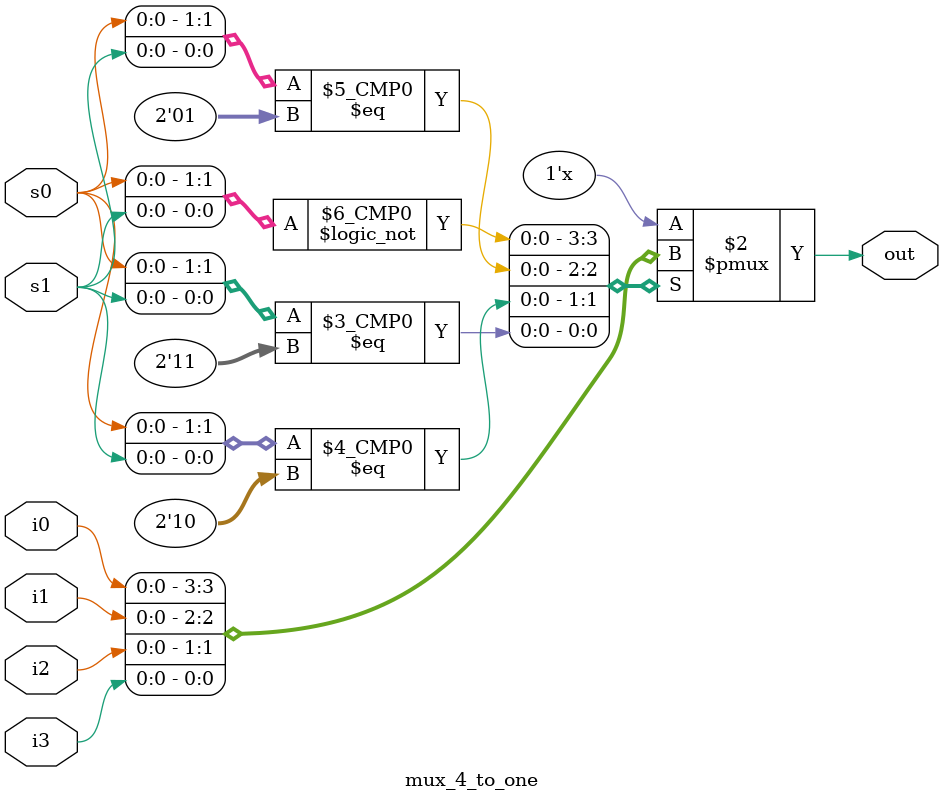
<source format=v>
`timescale 1ns / 1ps
module mux_4_to_one( i0,i1,i2,i3,s0,s1,out
    );
input i0, i1, i2, i3, s0, s1;
output reg out;
always @(s1 or s0 or i0 or i1 or i2 or i3 )
begin
  case ({s0,s1})
   2'b00 : out = i0;
   2'b01 : out = i1;
   2'b10 : out = i2;
   2'b11 : out = i3;
 default : out = 1'bx;
  endcase
end
endmodule

</source>
